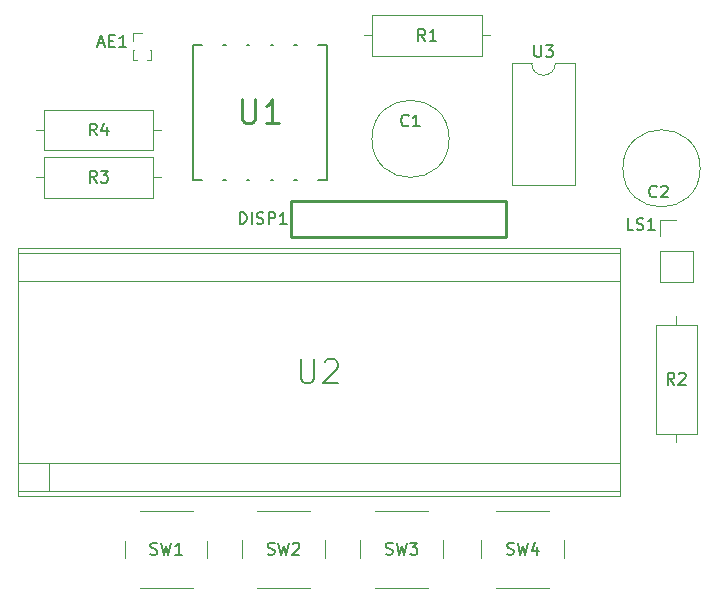
<source format=gbr>
%TF.GenerationSoftware,KiCad,Pcbnew,9.0.3*%
%TF.CreationDate,2025-07-26T00:16:15-07:00*%
%TF.ProjectId,ECE_299_ALARM,4543455f-3239-4395-9f41-4c41524d2e6b,1.0*%
%TF.SameCoordinates,Original*%
%TF.FileFunction,Legend,Top*%
%TF.FilePolarity,Positive*%
%FSLAX46Y46*%
G04 Gerber Fmt 4.6, Leading zero omitted, Abs format (unit mm)*
G04 Created by KiCad (PCBNEW 9.0.3) date 2025-07-26 00:16:15*
%MOMM*%
%LPD*%
G01*
G04 APERTURE LIST*
%ADD10C,0.250000*%
%ADD11C,0.150000*%
%ADD12C,0.120000*%
G04 APERTURE END LIST*
D10*
X106476190Y-76912238D02*
X106476190Y-78531285D01*
X106476190Y-78531285D02*
X106571428Y-78721761D01*
X106571428Y-78721761D02*
X106666666Y-78817000D01*
X106666666Y-78817000D02*
X106857142Y-78912238D01*
X106857142Y-78912238D02*
X107238095Y-78912238D01*
X107238095Y-78912238D02*
X107428571Y-78817000D01*
X107428571Y-78817000D02*
X107523809Y-78721761D01*
X107523809Y-78721761D02*
X107619047Y-78531285D01*
X107619047Y-78531285D02*
X107619047Y-76912238D01*
X109619047Y-78912238D02*
X108476190Y-78912238D01*
X109047618Y-78912238D02*
X109047618Y-76912238D01*
X109047618Y-76912238D02*
X108857142Y-77197952D01*
X108857142Y-77197952D02*
X108666666Y-77388428D01*
X108666666Y-77388428D02*
X108476190Y-77483666D01*
D11*
X143083333Y-101054819D02*
X142750000Y-100578628D01*
X142511905Y-101054819D02*
X142511905Y-100054819D01*
X142511905Y-100054819D02*
X142892857Y-100054819D01*
X142892857Y-100054819D02*
X142988095Y-100102438D01*
X142988095Y-100102438D02*
X143035714Y-100150057D01*
X143035714Y-100150057D02*
X143083333Y-100245295D01*
X143083333Y-100245295D02*
X143083333Y-100388152D01*
X143083333Y-100388152D02*
X143035714Y-100483390D01*
X143035714Y-100483390D02*
X142988095Y-100531009D01*
X142988095Y-100531009D02*
X142892857Y-100578628D01*
X142892857Y-100578628D02*
X142511905Y-100578628D01*
X143464286Y-100150057D02*
X143511905Y-100102438D01*
X143511905Y-100102438D02*
X143607143Y-100054819D01*
X143607143Y-100054819D02*
X143845238Y-100054819D01*
X143845238Y-100054819D02*
X143940476Y-100102438D01*
X143940476Y-100102438D02*
X143988095Y-100150057D01*
X143988095Y-100150057D02*
X144035714Y-100245295D01*
X144035714Y-100245295D02*
X144035714Y-100340533D01*
X144035714Y-100340533D02*
X143988095Y-100483390D01*
X143988095Y-100483390D02*
X143416667Y-101054819D01*
X143416667Y-101054819D02*
X144035714Y-101054819D01*
X94183333Y-83954819D02*
X93850000Y-83478628D01*
X93611905Y-83954819D02*
X93611905Y-82954819D01*
X93611905Y-82954819D02*
X93992857Y-82954819D01*
X93992857Y-82954819D02*
X94088095Y-83002438D01*
X94088095Y-83002438D02*
X94135714Y-83050057D01*
X94135714Y-83050057D02*
X94183333Y-83145295D01*
X94183333Y-83145295D02*
X94183333Y-83288152D01*
X94183333Y-83288152D02*
X94135714Y-83383390D01*
X94135714Y-83383390D02*
X94088095Y-83431009D01*
X94088095Y-83431009D02*
X93992857Y-83478628D01*
X93992857Y-83478628D02*
X93611905Y-83478628D01*
X94516667Y-82954819D02*
X95135714Y-82954819D01*
X95135714Y-82954819D02*
X94802381Y-83335771D01*
X94802381Y-83335771D02*
X94945238Y-83335771D01*
X94945238Y-83335771D02*
X95040476Y-83383390D01*
X95040476Y-83383390D02*
X95088095Y-83431009D01*
X95088095Y-83431009D02*
X95135714Y-83526247D01*
X95135714Y-83526247D02*
X95135714Y-83764342D01*
X95135714Y-83764342D02*
X95088095Y-83859580D01*
X95088095Y-83859580D02*
X95040476Y-83907200D01*
X95040476Y-83907200D02*
X94945238Y-83954819D01*
X94945238Y-83954819D02*
X94659524Y-83954819D01*
X94659524Y-83954819D02*
X94564286Y-83907200D01*
X94564286Y-83907200D02*
X94516667Y-83859580D01*
X139607142Y-87954819D02*
X139130952Y-87954819D01*
X139130952Y-87954819D02*
X139130952Y-86954819D01*
X139892857Y-87907200D02*
X140035714Y-87954819D01*
X140035714Y-87954819D02*
X140273809Y-87954819D01*
X140273809Y-87954819D02*
X140369047Y-87907200D01*
X140369047Y-87907200D02*
X140416666Y-87859580D01*
X140416666Y-87859580D02*
X140464285Y-87764342D01*
X140464285Y-87764342D02*
X140464285Y-87669104D01*
X140464285Y-87669104D02*
X140416666Y-87573866D01*
X140416666Y-87573866D02*
X140369047Y-87526247D01*
X140369047Y-87526247D02*
X140273809Y-87478628D01*
X140273809Y-87478628D02*
X140083333Y-87431009D01*
X140083333Y-87431009D02*
X139988095Y-87383390D01*
X139988095Y-87383390D02*
X139940476Y-87335771D01*
X139940476Y-87335771D02*
X139892857Y-87240533D01*
X139892857Y-87240533D02*
X139892857Y-87145295D01*
X139892857Y-87145295D02*
X139940476Y-87050057D01*
X139940476Y-87050057D02*
X139988095Y-87002438D01*
X139988095Y-87002438D02*
X140083333Y-86954819D01*
X140083333Y-86954819D02*
X140321428Y-86954819D01*
X140321428Y-86954819D02*
X140464285Y-87002438D01*
X141416666Y-87954819D02*
X140845238Y-87954819D01*
X141130952Y-87954819D02*
X141130952Y-86954819D01*
X141130952Y-86954819D02*
X141035714Y-87097676D01*
X141035714Y-87097676D02*
X140940476Y-87192914D01*
X140940476Y-87192914D02*
X140845238Y-87240533D01*
X108666667Y-115407200D02*
X108809524Y-115454819D01*
X108809524Y-115454819D02*
X109047619Y-115454819D01*
X109047619Y-115454819D02*
X109142857Y-115407200D01*
X109142857Y-115407200D02*
X109190476Y-115359580D01*
X109190476Y-115359580D02*
X109238095Y-115264342D01*
X109238095Y-115264342D02*
X109238095Y-115169104D01*
X109238095Y-115169104D02*
X109190476Y-115073866D01*
X109190476Y-115073866D02*
X109142857Y-115026247D01*
X109142857Y-115026247D02*
X109047619Y-114978628D01*
X109047619Y-114978628D02*
X108857143Y-114931009D01*
X108857143Y-114931009D02*
X108761905Y-114883390D01*
X108761905Y-114883390D02*
X108714286Y-114835771D01*
X108714286Y-114835771D02*
X108666667Y-114740533D01*
X108666667Y-114740533D02*
X108666667Y-114645295D01*
X108666667Y-114645295D02*
X108714286Y-114550057D01*
X108714286Y-114550057D02*
X108761905Y-114502438D01*
X108761905Y-114502438D02*
X108857143Y-114454819D01*
X108857143Y-114454819D02*
X109095238Y-114454819D01*
X109095238Y-114454819D02*
X109238095Y-114502438D01*
X109571429Y-114454819D02*
X109809524Y-115454819D01*
X109809524Y-115454819D02*
X110000000Y-114740533D01*
X110000000Y-114740533D02*
X110190476Y-115454819D01*
X110190476Y-115454819D02*
X110428572Y-114454819D01*
X110761905Y-114550057D02*
X110809524Y-114502438D01*
X110809524Y-114502438D02*
X110904762Y-114454819D01*
X110904762Y-114454819D02*
X111142857Y-114454819D01*
X111142857Y-114454819D02*
X111238095Y-114502438D01*
X111238095Y-114502438D02*
X111285714Y-114550057D01*
X111285714Y-114550057D02*
X111333333Y-114645295D01*
X111333333Y-114645295D02*
X111333333Y-114740533D01*
X111333333Y-114740533D02*
X111285714Y-114883390D01*
X111285714Y-114883390D02*
X110714286Y-115454819D01*
X110714286Y-115454819D02*
X111333333Y-115454819D01*
X120583333Y-79109580D02*
X120535714Y-79157200D01*
X120535714Y-79157200D02*
X120392857Y-79204819D01*
X120392857Y-79204819D02*
X120297619Y-79204819D01*
X120297619Y-79204819D02*
X120154762Y-79157200D01*
X120154762Y-79157200D02*
X120059524Y-79061961D01*
X120059524Y-79061961D02*
X120011905Y-78966723D01*
X120011905Y-78966723D02*
X119964286Y-78776247D01*
X119964286Y-78776247D02*
X119964286Y-78633390D01*
X119964286Y-78633390D02*
X120011905Y-78442914D01*
X120011905Y-78442914D02*
X120059524Y-78347676D01*
X120059524Y-78347676D02*
X120154762Y-78252438D01*
X120154762Y-78252438D02*
X120297619Y-78204819D01*
X120297619Y-78204819D02*
X120392857Y-78204819D01*
X120392857Y-78204819D02*
X120535714Y-78252438D01*
X120535714Y-78252438D02*
X120583333Y-78300057D01*
X121535714Y-79204819D02*
X120964286Y-79204819D01*
X121250000Y-79204819D02*
X121250000Y-78204819D01*
X121250000Y-78204819D02*
X121154762Y-78347676D01*
X121154762Y-78347676D02*
X121059524Y-78442914D01*
X121059524Y-78442914D02*
X120964286Y-78490533D01*
X94333333Y-72169104D02*
X94809523Y-72169104D01*
X94238095Y-72454819D02*
X94571428Y-71454819D01*
X94571428Y-71454819D02*
X94904761Y-72454819D01*
X95238095Y-71931009D02*
X95571428Y-71931009D01*
X95714285Y-72454819D02*
X95238095Y-72454819D01*
X95238095Y-72454819D02*
X95238095Y-71454819D01*
X95238095Y-71454819D02*
X95714285Y-71454819D01*
X96666666Y-72454819D02*
X96095238Y-72454819D01*
X96380952Y-72454819D02*
X96380952Y-71454819D01*
X96380952Y-71454819D02*
X96285714Y-71597676D01*
X96285714Y-71597676D02*
X96190476Y-71692914D01*
X96190476Y-71692914D02*
X96095238Y-71740533D01*
X131243095Y-72314819D02*
X131243095Y-73124342D01*
X131243095Y-73124342D02*
X131290714Y-73219580D01*
X131290714Y-73219580D02*
X131338333Y-73267200D01*
X131338333Y-73267200D02*
X131433571Y-73314819D01*
X131433571Y-73314819D02*
X131624047Y-73314819D01*
X131624047Y-73314819D02*
X131719285Y-73267200D01*
X131719285Y-73267200D02*
X131766904Y-73219580D01*
X131766904Y-73219580D02*
X131814523Y-73124342D01*
X131814523Y-73124342D02*
X131814523Y-72314819D01*
X132195476Y-72314819D02*
X132814523Y-72314819D01*
X132814523Y-72314819D02*
X132481190Y-72695771D01*
X132481190Y-72695771D02*
X132624047Y-72695771D01*
X132624047Y-72695771D02*
X132719285Y-72743390D01*
X132719285Y-72743390D02*
X132766904Y-72791009D01*
X132766904Y-72791009D02*
X132814523Y-72886247D01*
X132814523Y-72886247D02*
X132814523Y-73124342D01*
X132814523Y-73124342D02*
X132766904Y-73219580D01*
X132766904Y-73219580D02*
X132719285Y-73267200D01*
X132719285Y-73267200D02*
X132624047Y-73314819D01*
X132624047Y-73314819D02*
X132338333Y-73314819D01*
X132338333Y-73314819D02*
X132243095Y-73267200D01*
X132243095Y-73267200D02*
X132195476Y-73219580D01*
X121983333Y-71954819D02*
X121650000Y-71478628D01*
X121411905Y-71954819D02*
X121411905Y-70954819D01*
X121411905Y-70954819D02*
X121792857Y-70954819D01*
X121792857Y-70954819D02*
X121888095Y-71002438D01*
X121888095Y-71002438D02*
X121935714Y-71050057D01*
X121935714Y-71050057D02*
X121983333Y-71145295D01*
X121983333Y-71145295D02*
X121983333Y-71288152D01*
X121983333Y-71288152D02*
X121935714Y-71383390D01*
X121935714Y-71383390D02*
X121888095Y-71431009D01*
X121888095Y-71431009D02*
X121792857Y-71478628D01*
X121792857Y-71478628D02*
X121411905Y-71478628D01*
X122935714Y-71954819D02*
X122364286Y-71954819D01*
X122650000Y-71954819D02*
X122650000Y-70954819D01*
X122650000Y-70954819D02*
X122554762Y-71097676D01*
X122554762Y-71097676D02*
X122459524Y-71192914D01*
X122459524Y-71192914D02*
X122364286Y-71240533D01*
X118666667Y-115407200D02*
X118809524Y-115454819D01*
X118809524Y-115454819D02*
X119047619Y-115454819D01*
X119047619Y-115454819D02*
X119142857Y-115407200D01*
X119142857Y-115407200D02*
X119190476Y-115359580D01*
X119190476Y-115359580D02*
X119238095Y-115264342D01*
X119238095Y-115264342D02*
X119238095Y-115169104D01*
X119238095Y-115169104D02*
X119190476Y-115073866D01*
X119190476Y-115073866D02*
X119142857Y-115026247D01*
X119142857Y-115026247D02*
X119047619Y-114978628D01*
X119047619Y-114978628D02*
X118857143Y-114931009D01*
X118857143Y-114931009D02*
X118761905Y-114883390D01*
X118761905Y-114883390D02*
X118714286Y-114835771D01*
X118714286Y-114835771D02*
X118666667Y-114740533D01*
X118666667Y-114740533D02*
X118666667Y-114645295D01*
X118666667Y-114645295D02*
X118714286Y-114550057D01*
X118714286Y-114550057D02*
X118761905Y-114502438D01*
X118761905Y-114502438D02*
X118857143Y-114454819D01*
X118857143Y-114454819D02*
X119095238Y-114454819D01*
X119095238Y-114454819D02*
X119238095Y-114502438D01*
X119571429Y-114454819D02*
X119809524Y-115454819D01*
X119809524Y-115454819D02*
X120000000Y-114740533D01*
X120000000Y-114740533D02*
X120190476Y-115454819D01*
X120190476Y-115454819D02*
X120428572Y-114454819D01*
X120714286Y-114454819D02*
X121333333Y-114454819D01*
X121333333Y-114454819D02*
X121000000Y-114835771D01*
X121000000Y-114835771D02*
X121142857Y-114835771D01*
X121142857Y-114835771D02*
X121238095Y-114883390D01*
X121238095Y-114883390D02*
X121285714Y-114931009D01*
X121285714Y-114931009D02*
X121333333Y-115026247D01*
X121333333Y-115026247D02*
X121333333Y-115264342D01*
X121333333Y-115264342D02*
X121285714Y-115359580D01*
X121285714Y-115359580D02*
X121238095Y-115407200D01*
X121238095Y-115407200D02*
X121142857Y-115454819D01*
X121142857Y-115454819D02*
X120857143Y-115454819D01*
X120857143Y-115454819D02*
X120761905Y-115407200D01*
X120761905Y-115407200D02*
X120714286Y-115359580D01*
X98724617Y-115407200D02*
X98867474Y-115454819D01*
X98867474Y-115454819D02*
X99105569Y-115454819D01*
X99105569Y-115454819D02*
X99200807Y-115407200D01*
X99200807Y-115407200D02*
X99248426Y-115359580D01*
X99248426Y-115359580D02*
X99296045Y-115264342D01*
X99296045Y-115264342D02*
X99296045Y-115169104D01*
X99296045Y-115169104D02*
X99248426Y-115073866D01*
X99248426Y-115073866D02*
X99200807Y-115026247D01*
X99200807Y-115026247D02*
X99105569Y-114978628D01*
X99105569Y-114978628D02*
X98915093Y-114931009D01*
X98915093Y-114931009D02*
X98819855Y-114883390D01*
X98819855Y-114883390D02*
X98772236Y-114835771D01*
X98772236Y-114835771D02*
X98724617Y-114740533D01*
X98724617Y-114740533D02*
X98724617Y-114645295D01*
X98724617Y-114645295D02*
X98772236Y-114550057D01*
X98772236Y-114550057D02*
X98819855Y-114502438D01*
X98819855Y-114502438D02*
X98915093Y-114454819D01*
X98915093Y-114454819D02*
X99153188Y-114454819D01*
X99153188Y-114454819D02*
X99296045Y-114502438D01*
X99629379Y-114454819D02*
X99867474Y-115454819D01*
X99867474Y-115454819D02*
X100057950Y-114740533D01*
X100057950Y-114740533D02*
X100248426Y-115454819D01*
X100248426Y-115454819D02*
X100486522Y-114454819D01*
X101391283Y-115454819D02*
X100819855Y-115454819D01*
X101105569Y-115454819D02*
X101105569Y-114454819D01*
X101105569Y-114454819D02*
X101010331Y-114597676D01*
X101010331Y-114597676D02*
X100915093Y-114692914D01*
X100915093Y-114692914D02*
X100819855Y-114740533D01*
X141583333Y-85109580D02*
X141535714Y-85157200D01*
X141535714Y-85157200D02*
X141392857Y-85204819D01*
X141392857Y-85204819D02*
X141297619Y-85204819D01*
X141297619Y-85204819D02*
X141154762Y-85157200D01*
X141154762Y-85157200D02*
X141059524Y-85061961D01*
X141059524Y-85061961D02*
X141011905Y-84966723D01*
X141011905Y-84966723D02*
X140964286Y-84776247D01*
X140964286Y-84776247D02*
X140964286Y-84633390D01*
X140964286Y-84633390D02*
X141011905Y-84442914D01*
X141011905Y-84442914D02*
X141059524Y-84347676D01*
X141059524Y-84347676D02*
X141154762Y-84252438D01*
X141154762Y-84252438D02*
X141297619Y-84204819D01*
X141297619Y-84204819D02*
X141392857Y-84204819D01*
X141392857Y-84204819D02*
X141535714Y-84252438D01*
X141535714Y-84252438D02*
X141583333Y-84300057D01*
X141964286Y-84300057D02*
X142011905Y-84252438D01*
X142011905Y-84252438D02*
X142107143Y-84204819D01*
X142107143Y-84204819D02*
X142345238Y-84204819D01*
X142345238Y-84204819D02*
X142440476Y-84252438D01*
X142440476Y-84252438D02*
X142488095Y-84300057D01*
X142488095Y-84300057D02*
X142535714Y-84395295D01*
X142535714Y-84395295D02*
X142535714Y-84490533D01*
X142535714Y-84490533D02*
X142488095Y-84633390D01*
X142488095Y-84633390D02*
X141916667Y-85204819D01*
X141916667Y-85204819D02*
X142535714Y-85204819D01*
X111476190Y-98917438D02*
X111476190Y-100536485D01*
X111476190Y-100536485D02*
X111571428Y-100726961D01*
X111571428Y-100726961D02*
X111666666Y-100822200D01*
X111666666Y-100822200D02*
X111857142Y-100917438D01*
X111857142Y-100917438D02*
X112238095Y-100917438D01*
X112238095Y-100917438D02*
X112428571Y-100822200D01*
X112428571Y-100822200D02*
X112523809Y-100726961D01*
X112523809Y-100726961D02*
X112619047Y-100536485D01*
X112619047Y-100536485D02*
X112619047Y-98917438D01*
X113476190Y-99107914D02*
X113571428Y-99012676D01*
X113571428Y-99012676D02*
X113761904Y-98917438D01*
X113761904Y-98917438D02*
X114238095Y-98917438D01*
X114238095Y-98917438D02*
X114428571Y-99012676D01*
X114428571Y-99012676D02*
X114523809Y-99107914D01*
X114523809Y-99107914D02*
X114619047Y-99298390D01*
X114619047Y-99298390D02*
X114619047Y-99488866D01*
X114619047Y-99488866D02*
X114523809Y-99774580D01*
X114523809Y-99774580D02*
X113380952Y-100917438D01*
X113380952Y-100917438D02*
X114619047Y-100917438D01*
X94183333Y-79954819D02*
X93850000Y-79478628D01*
X93611905Y-79954819D02*
X93611905Y-78954819D01*
X93611905Y-78954819D02*
X93992857Y-78954819D01*
X93992857Y-78954819D02*
X94088095Y-79002438D01*
X94088095Y-79002438D02*
X94135714Y-79050057D01*
X94135714Y-79050057D02*
X94183333Y-79145295D01*
X94183333Y-79145295D02*
X94183333Y-79288152D01*
X94183333Y-79288152D02*
X94135714Y-79383390D01*
X94135714Y-79383390D02*
X94088095Y-79431009D01*
X94088095Y-79431009D02*
X93992857Y-79478628D01*
X93992857Y-79478628D02*
X93611905Y-79478628D01*
X95040476Y-79288152D02*
X95040476Y-79954819D01*
X94802381Y-78907200D02*
X94564286Y-79621485D01*
X94564286Y-79621485D02*
X95183333Y-79621485D01*
X106297619Y-87454819D02*
X106297619Y-86454819D01*
X106297619Y-86454819D02*
X106535714Y-86454819D01*
X106535714Y-86454819D02*
X106678571Y-86502438D01*
X106678571Y-86502438D02*
X106773809Y-86597676D01*
X106773809Y-86597676D02*
X106821428Y-86692914D01*
X106821428Y-86692914D02*
X106869047Y-86883390D01*
X106869047Y-86883390D02*
X106869047Y-87026247D01*
X106869047Y-87026247D02*
X106821428Y-87216723D01*
X106821428Y-87216723D02*
X106773809Y-87311961D01*
X106773809Y-87311961D02*
X106678571Y-87407200D01*
X106678571Y-87407200D02*
X106535714Y-87454819D01*
X106535714Y-87454819D02*
X106297619Y-87454819D01*
X107297619Y-87454819D02*
X107297619Y-86454819D01*
X107726190Y-87407200D02*
X107869047Y-87454819D01*
X107869047Y-87454819D02*
X108107142Y-87454819D01*
X108107142Y-87454819D02*
X108202380Y-87407200D01*
X108202380Y-87407200D02*
X108249999Y-87359580D01*
X108249999Y-87359580D02*
X108297618Y-87264342D01*
X108297618Y-87264342D02*
X108297618Y-87169104D01*
X108297618Y-87169104D02*
X108249999Y-87073866D01*
X108249999Y-87073866D02*
X108202380Y-87026247D01*
X108202380Y-87026247D02*
X108107142Y-86978628D01*
X108107142Y-86978628D02*
X107916666Y-86931009D01*
X107916666Y-86931009D02*
X107821428Y-86883390D01*
X107821428Y-86883390D02*
X107773809Y-86835771D01*
X107773809Y-86835771D02*
X107726190Y-86740533D01*
X107726190Y-86740533D02*
X107726190Y-86645295D01*
X107726190Y-86645295D02*
X107773809Y-86550057D01*
X107773809Y-86550057D02*
X107821428Y-86502438D01*
X107821428Y-86502438D02*
X107916666Y-86454819D01*
X107916666Y-86454819D02*
X108154761Y-86454819D01*
X108154761Y-86454819D02*
X108297618Y-86502438D01*
X108726190Y-87454819D02*
X108726190Y-86454819D01*
X108726190Y-86454819D02*
X109107142Y-86454819D01*
X109107142Y-86454819D02*
X109202380Y-86502438D01*
X109202380Y-86502438D02*
X109249999Y-86550057D01*
X109249999Y-86550057D02*
X109297618Y-86645295D01*
X109297618Y-86645295D02*
X109297618Y-86788152D01*
X109297618Y-86788152D02*
X109249999Y-86883390D01*
X109249999Y-86883390D02*
X109202380Y-86931009D01*
X109202380Y-86931009D02*
X109107142Y-86978628D01*
X109107142Y-86978628D02*
X108726190Y-86978628D01*
X110249999Y-87454819D02*
X109678571Y-87454819D01*
X109964285Y-87454819D02*
X109964285Y-86454819D01*
X109964285Y-86454819D02*
X109869047Y-86597676D01*
X109869047Y-86597676D02*
X109773809Y-86692914D01*
X109773809Y-86692914D02*
X109678571Y-86740533D01*
X128916667Y-115407200D02*
X129059524Y-115454819D01*
X129059524Y-115454819D02*
X129297619Y-115454819D01*
X129297619Y-115454819D02*
X129392857Y-115407200D01*
X129392857Y-115407200D02*
X129440476Y-115359580D01*
X129440476Y-115359580D02*
X129488095Y-115264342D01*
X129488095Y-115264342D02*
X129488095Y-115169104D01*
X129488095Y-115169104D02*
X129440476Y-115073866D01*
X129440476Y-115073866D02*
X129392857Y-115026247D01*
X129392857Y-115026247D02*
X129297619Y-114978628D01*
X129297619Y-114978628D02*
X129107143Y-114931009D01*
X129107143Y-114931009D02*
X129011905Y-114883390D01*
X129011905Y-114883390D02*
X128964286Y-114835771D01*
X128964286Y-114835771D02*
X128916667Y-114740533D01*
X128916667Y-114740533D02*
X128916667Y-114645295D01*
X128916667Y-114645295D02*
X128964286Y-114550057D01*
X128964286Y-114550057D02*
X129011905Y-114502438D01*
X129011905Y-114502438D02*
X129107143Y-114454819D01*
X129107143Y-114454819D02*
X129345238Y-114454819D01*
X129345238Y-114454819D02*
X129488095Y-114502438D01*
X129821429Y-114454819D02*
X130059524Y-115454819D01*
X130059524Y-115454819D02*
X130250000Y-114740533D01*
X130250000Y-114740533D02*
X130440476Y-115454819D01*
X130440476Y-115454819D02*
X130678572Y-114454819D01*
X131488095Y-114788152D02*
X131488095Y-115454819D01*
X131250000Y-114407200D02*
X131011905Y-115121485D01*
X131011905Y-115121485D02*
X131630952Y-115121485D01*
%TO.C,U1*%
X113700000Y-83700000D02*
X113700000Y-72300000D01*
X112900000Y-83700000D02*
X113700000Y-83700000D01*
X112900000Y-72300000D02*
X113700000Y-72300000D01*
X110900000Y-83700000D02*
X111100000Y-83700000D01*
X110900000Y-72300000D02*
X111100000Y-72300000D01*
X108900000Y-83700000D02*
X109100000Y-83700000D01*
X108900000Y-72300000D02*
X109100000Y-72300000D01*
X106900000Y-83700000D02*
X107100000Y-83700000D01*
X106900000Y-72300000D02*
X107100000Y-72300000D01*
X104900000Y-83700000D02*
X105100000Y-83700000D01*
X104900000Y-72300000D02*
X105100000Y-72300000D01*
X102300000Y-83700000D02*
X103100000Y-83700000D01*
X102300000Y-83700000D02*
X102300000Y-72300000D01*
X102300000Y-72300000D02*
X103100000Y-72300000D01*
%TO.C,R2*%
D12*
X144970000Y-95980000D02*
X141530000Y-95980000D01*
X141530000Y-105220000D01*
X144970000Y-105220000D01*
X144970000Y-95980000D01*
X143250000Y-105910000D02*
X143250000Y-105220000D01*
X143250000Y-95290000D02*
X143250000Y-95980000D01*
%TO.C,R3*%
X89040000Y-83500000D02*
X89730000Y-83500000D01*
X99660000Y-83500000D02*
X98970000Y-83500000D01*
X89730000Y-81780000D02*
X98970000Y-81780000D01*
X98970000Y-85220000D01*
X89730000Y-85220000D01*
X89730000Y-81780000D01*
%TO.C,LS1*%
X141870000Y-87095000D02*
X143250000Y-87095000D01*
X141870000Y-88475000D02*
X141870000Y-87095000D01*
X141870000Y-89745000D02*
X141870000Y-92395000D01*
X141870000Y-89745000D02*
X144630000Y-89745000D01*
X141870000Y-92395000D02*
X144630000Y-92395000D01*
X144630000Y-89745000D02*
X144630000Y-92395000D01*
%TO.C,SW2*%
X106500000Y-114250000D02*
X106500000Y-115750000D01*
X107750000Y-118250000D02*
X112250000Y-118250000D01*
X112250000Y-111750000D02*
X107750000Y-111750000D01*
X113500000Y-115750000D02*
X113500000Y-114250000D01*
%TO.C,C1*%
X124020000Y-80250000D02*
G75*
G02*
X117480000Y-80250000I-3270000J0D01*
G01*
X117480000Y-80250000D02*
G75*
G02*
X124020000Y-80250000I3270000J0D01*
G01*
%TO.C,AE1*%
X97255000Y-71265000D02*
X98000000Y-71265000D01*
X97255000Y-72000000D02*
X97255000Y-71265000D01*
X97255000Y-72735000D02*
X97255000Y-73610000D01*
X97255000Y-72735000D02*
X97314435Y-72735000D01*
X97255000Y-73610000D02*
X97589970Y-73610000D01*
X98410030Y-73610000D02*
X98745000Y-73610000D01*
X98685565Y-72735000D02*
X98745000Y-72735000D01*
X98745000Y-72735000D02*
X98745000Y-73610000D01*
%TO.C,U3*%
X129355000Y-73860000D02*
X129355000Y-84140000D01*
X129355000Y-84140000D02*
X134655000Y-84140000D01*
X131005000Y-73860000D02*
X129355000Y-73860000D01*
X134655000Y-73860000D02*
X133005000Y-73860000D01*
X134655000Y-84140000D02*
X134655000Y-73860000D01*
X133005000Y-73860000D02*
G75*
G02*
X131005000Y-73860000I-1000000J0D01*
G01*
%TO.C,R1*%
X116840000Y-71500000D02*
X117530000Y-71500000D01*
X127460000Y-71500000D02*
X126770000Y-71500000D01*
X126770000Y-73220000D02*
X117530000Y-73220000D01*
X117530000Y-69780000D01*
X126770000Y-69780000D01*
X126770000Y-73220000D01*
%TO.C,SW3*%
X116500000Y-114250000D02*
X116500000Y-115750000D01*
X117750000Y-118250000D02*
X122250000Y-118250000D01*
X122250000Y-111750000D02*
X117750000Y-111750000D01*
X123500000Y-115750000D02*
X123500000Y-114250000D01*
%TO.C,SW1*%
X96557950Y-114272844D02*
X96557950Y-115772844D01*
X97807950Y-118272844D02*
X102307950Y-118272844D01*
X102307950Y-111772844D02*
X97807950Y-111772844D01*
X103557950Y-115772844D02*
X103557950Y-114272844D01*
%TO.C,C2*%
X145270000Y-82750000D02*
G75*
G02*
X138730000Y-82750000I-3270000J0D01*
G01*
X138730000Y-82750000D02*
G75*
G02*
X145270000Y-82750000I3270000J0D01*
G01*
%TO.C,U2*%
X87500000Y-89900000D02*
X138500000Y-89900000D01*
X87500000Y-92300000D02*
X138500000Y-92300000D01*
X87500000Y-107700000D02*
X138500000Y-107700000D01*
X87500000Y-110100000D02*
X138500000Y-110100000D01*
X90100000Y-110100000D02*
X90100000Y-107700000D01*
X87500000Y-110500000D02*
X138500000Y-110500000D01*
X138500000Y-89500000D01*
X87500000Y-89500000D01*
X87500000Y-110500000D01*
%TO.C,R4*%
X89040000Y-79500000D02*
X89730000Y-79500000D01*
X99660000Y-79500000D02*
X98970000Y-79500000D01*
X89730000Y-77780000D02*
X98970000Y-77780000D01*
X98970000Y-81220000D01*
X89730000Y-81220000D01*
X89730000Y-77780000D01*
D10*
%TO.C,DISP1*%
X110620000Y-85550000D02*
X110620000Y-88550000D01*
X128870000Y-85550000D02*
X110620000Y-85550000D01*
X128870000Y-85550000D02*
X128870000Y-88550000D01*
X128870000Y-88550000D02*
X110620000Y-88550000D01*
D12*
%TO.C,SW4*%
X126750000Y-114250000D02*
X126750000Y-115750000D01*
X128000000Y-118250000D02*
X132500000Y-118250000D01*
X132500000Y-111750000D02*
X128000000Y-111750000D01*
X133750000Y-115750000D02*
X133750000Y-114250000D01*
%TD*%
M02*

</source>
